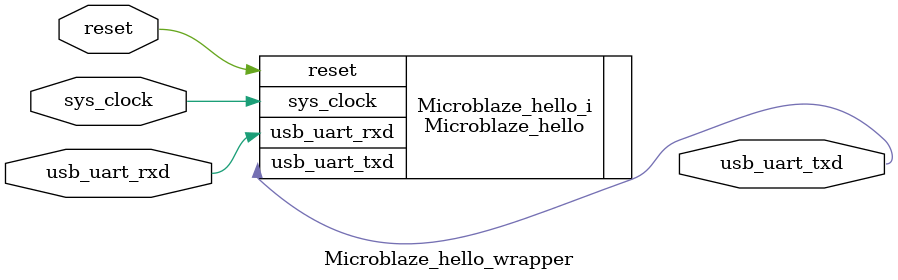
<source format=v>
`timescale 1 ps / 1 ps

module Microblaze_hello_wrapper
   (reset,
    sys_clock,
    usb_uart_rxd,
    usb_uart_txd);
  input reset;
  input sys_clock;
  input usb_uart_rxd;
  output usb_uart_txd;

  wire reset;
  wire sys_clock;
  wire usb_uart_rxd;
  wire usb_uart_txd;

  Microblaze_hello Microblaze_hello_i
       (.reset(reset),
        .sys_clock(sys_clock),
        .usb_uart_rxd(usb_uart_rxd),
        .usb_uart_txd(usb_uart_txd));
endmodule

</source>
